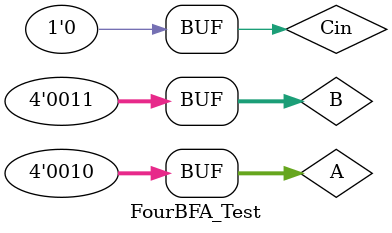
<source format=v>
`timescale 1ns / 1ps


module FourBFA_Test();
    reg [3:0] A;
    reg [3:0] B;
    reg Cin;
    wire [3:0] Sum;
    wire Cout;
    
    FourBFA  uut   
        (
         .A(A), 
         .B(B), 
         .Cin(Cin), 
         .Sum(Sum), 
         .Cout(Cout)
        );

    initial begin
        A    = 4'b0000;
        B    = 4'b0000;
        Cin  = 4'b0;
        #100;
        
        A    = 4'b0110;
        B    = 4'b0100;
        Cin  = 4'b0;
        #20;
        
        A    = 4'b1000;
        B    = 4'b1001;
        Cin  = 4'b1;
        #20;
        
        A    = 4'd1110;
        B    = 4'd0010;
        Cin  = 4'b0;
        #20;
        
        A    = 4'd1010;
        B    = 4'd1011;
        Cin  = 4'b0;
        #20;
        
   end
endmodule

</source>
